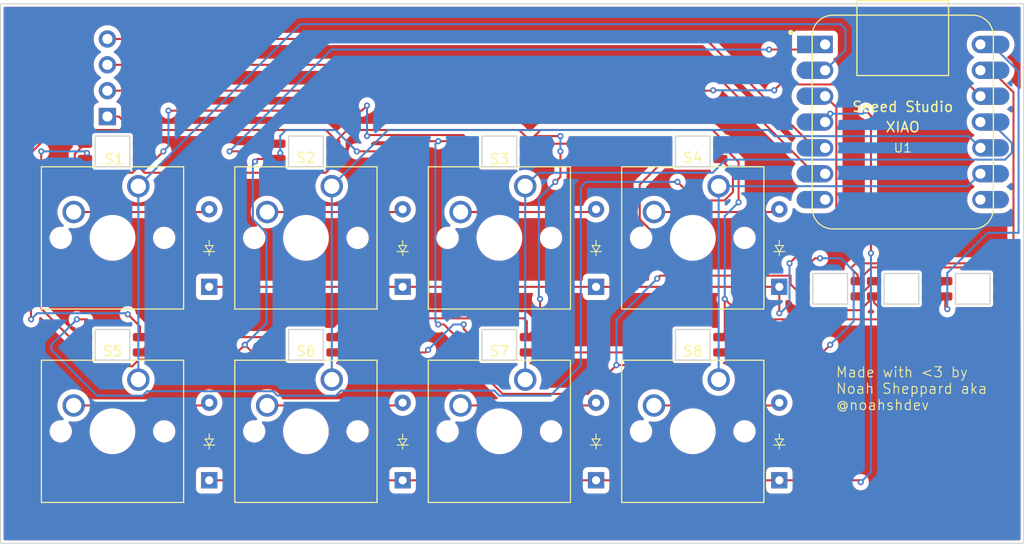
<source format=kicad_pcb>
(kicad_pcb (version 20241229) (generator "pcbnew") (generator_version "9.0")
  (layers (0 "F.Cu" signal) (2 "B.Cu" signal) (13 "F.Paste" user) (15 "B.Paste" user) (5 "F.SilkS" user "F.Silkscreen") (7 "B.SilkS" user "B.Silkscreen") (1 "F.Mask" user) (3 "B.Mask" user) (25 "Edge.Cuts" user))
  (net 0 "")
  (net 1 "Net-(D11-DIN)")
  (net 2 "Net-(D10-DOUT)")
  (net 3 "Row 0")
  (net 4 "LED_GND")
  (net 5 "5V")
  (net 6 "Net-(D1-A)")
  (net 7 "Net-(D2-A)")
  (net 8 "Net-(D3-A)")
  (net 9 "Net-(D4-A)")
  (net 10 "Row 1")
  (net 11 "Net-(D5-A)")
  (net 12 "Net-(D6-A)")
  (net 13 "Net-(D7-A)")
  (net 14 "Net-(D8-A)")
  (net 15 "Col 0")
  (net 16 "Col 1")
  (net 17 "Col 2")
  (net 18 "Col 3")
  (net 19 "LED0_DIN")
  (net 20 "Net-(D11-DOUT)")
  (net 21 "Net-(D12-DOUT)")
  (net 22 "Net-(D13-DOUT)")
  (net 23 "Net-(D14-DOUT)")
  (net 24 "Net-(D15-DOUT)")
  (net 25 "Net-(D16-DOUT)")
  (net 26 "Net-(D17-DOUT)")
  (net 27 "Net-(D18-DOUT)")
  (net 29 "OLED_SDA")
  (net 30 "OLED_SCL")
  (net 31 "OLED_VCC")
  (footprint "footprints:XIAO-Generic-Hybrid-14P-2.54-21X17.8MM" (layer "F.Cu") (at 161.125 75.12)
    (property "Reference" "U1" (at 0 2.54 0) (layer "F.SilkS") (effects (font (size 0.889 0.889) (thickness 0.1016))))
    (property "Value" "MOUDLE-SEEEDUINO-XIAO" (hide yes))
    (fp_text user "Seeed Studio" (at 0 -1.5 0) (layer "F.SilkS"))
    (fp_text user "XIAO" (at 0 0.5 0) (layer "F.SilkS"))
    (pad "1" thru_hole rect (at -7.625 -7.62) (size 3.5 1.7) (drill 1 (offset -1 0)) (layers "*.Cu" "*.Mask") (net 19 "LED0_DIN"))
    (pad "2" thru_hole oval (at -7.625 -5.08) (size 3.6 1.7) (drill 1 (offset -1 0)) (layers "*.Cu" "*.Mask") (net 15 "Col 0"))
    (pad "3" thru_hole oval (at -7.625 -2.54) (size 3.6 1.7) (drill 1 (offset -1 0)) (layers "*.Cu" "*.Mask") (net 3 "Row 0"))
    (pad "4" thru_hole oval (at -7.625 0) (size 3.6 1.7) (drill 1 (offset -1 0)) (layers "*.Cu" "*.Mask") (net 10 "Row 1"))
    (pad "5" thru_hole oval (at -7.625 2.54) (size 3.6 1.7) (drill 1 (offset -1 0)) (layers "*.Cu" "*.Mask") (net 29 "OLED_SDA"))
    (pad "6" thru_hole oval (at -7.625 5.08 180) (size 3.6 1.7) (drill 1 (offset 1 0)) (layers "*.Cu" "*.Mask") (net 30 "OLED_SCL"))
    (pad "7" thru_hole oval (at -7.625 7.62) (size 3.6 1.7) (drill 1 (offset -1 0)) (layers "*.Cu" "*.Mask"))
    (pad "8" thru_hole oval (at 7.625 7.62) (size 3.6 1.7) (drill 1 (offset 1 0)) (layers "*.Cu" "*.Mask"))
    (pad "9" thru_hole oval (at 7.625 5.08) (size 3.6 1.7) (drill 1 (offset 1 0)) (layers "*.Cu" "*.Mask") (net 18 "Col 3"))
    (pad "10" thru_hole oval (at 7.625 2.54) (size 3.6 1.7) (drill 1 (offset 1 0)) (layers "*.Cu" "*.Mask") (net 16 "Col 1"))
    (pad "11" thru_hole oval (at 7.625 0) (size 3.7 1.7) (drill 1 (offset 1 0)) (layers "*.Cu" "*.Mask") (net 17 "Col 2"))
    (pad "12" thru_hole oval (at 7.625 -2.54) (size 3.7 1.7) (drill 1 (offset 1 0)) (layers "*.Cu" "*.Mask") (net 31 "OLED_VCC"))
    (pad "13" thru_hole oval (at 7.625 -5.08) (size 3.7 1.7) (drill 1 (offset 1 0)) (layers "*.Cu" "*.Mask") (net 4 "LED_GND"))
    (pad "14" thru_hole oval (at 7.625 -7.62) (size 3.7 1.7) (drill 1 (offset 1 0)) (layers "*.Cu" "*.Mask") (net 5 "5V"))
  )
  (footprint "ScottoKeebs_Components:LED_SK6812MINI" (layer "F.Cu") (at 121.5 97)
    (property "Reference" "D15" (hide yes))
    (property "Value" "LED_SK6812MINI" (hide yes))
    (fp_line (start -1.7 -1.5) (end -1.7 1.5) (stroke (width 0.12)) (layer "Edge.Cuts"))
    (fp_line (start -1.7 1.5) (end 1.7 1.5) (stroke (width 0.12)) (layer "Edge.Cuts"))
    (fp_line (start 1.7 -1.5) (end -1.7 -1.5) (stroke (width 0.12)) (layer "Edge.Cuts"))
    (fp_line (start 1.7 1.5) (end 1.7 -1.5) (stroke (width 0.12)) (layer "Edge.Cuts"))
    (pad "1" smd roundrect (at 2.7 -0.75) (size 1.4 0.82) (layers "F.Cu" "F.Mask" "F.Paste") (net 4 "LED_GND"))
    (pad "2" smd roundrect (at 2.7 0.75) (size 1.4 0.82) (layers "F.Cu" "F.Mask" "F.Paste") (net 24 "Net-(D15-DOUT)"))
    (pad "3" smd roundrect (at -2.7 0.75) (size 1.4 0.82) (layers "F.Cu" "F.Mask" "F.Paste") (net 5 "5V"))
    (pad "4" smd roundrect (at -2.7 -0.75) (size 1.4 0.82) (layers "F.Cu" "F.Mask" "F.Paste") (net 23 "Net-(D14-DOUT)"))
  )
  (footprint "Button_Switch_Keyboard:SW_Cherry_MX_1.00u_PCB" (layer "F.Cu") (at 143.04 81.42)
    (property "Reference" "S4" (at -2.54 -2.794 0) (layer "F.SilkS"))
    (property "Value" "~")
    (pad "" np_thru_hole circle (at -7.62 5.08) (size 1.7 1.7) (drill 1.7) (layers "*.Cu" "*.Mask"))
    (pad "" np_thru_hole circle (at -2.54 5.08) (size 4 4) (drill 4) (layers "*.Cu" "*.Mask"))
    (pad "" np_thru_hole circle (at 2.54 5.08) (size 1.7 1.7) (drill 1.7) (layers "*.Cu" "*.Mask"))
    (pad "1" thru_hole circle (at 0 0) (size 2.2 2.2) (drill 1.5) (layers "*.Cu" "*.Mask") (net 18 "Col 3"))
    (pad "2" thru_hole circle (at -6.35 2.54) (size 2.2 2.2) (drill 1.5) (layers "*.Cu" "*.Mask") (net 9 "Net-(D4-A)"))
  )
  (footprint "ScottoKeebs_Components:LED_SK6812MINI" (layer "F.Cu") (at 140.5 78)
    (property "Reference" "D12" (hide yes))
    (property "Value" "LED_SK6812MINI" (hide yes))
    (fp_line (start -1.7 -1.5) (end -1.7 1.5) (stroke (width 0.12)) (layer "Edge.Cuts"))
    (fp_line (start -1.7 1.5) (end 1.7 1.5) (stroke (width 0.12)) (layer "Edge.Cuts"))
    (fp_line (start 1.7 -1.5) (end -1.7 -1.5) (stroke (width 0.12)) (layer "Edge.Cuts"))
    (fp_line (start 1.7 1.5) (end 1.7 -1.5) (stroke (width 0.12)) (layer "Edge.Cuts"))
    (pad "1" smd roundrect (at 2.7 -0.75) (size 1.4 0.82) (layers "F.Cu" "F.Mask" "F.Paste") (net 4 "LED_GND"))
    (pad "2" smd roundrect (at 2.7 0.75) (size 1.4 0.82) (layers "F.Cu" "F.Mask" "F.Paste") (net 21 "Net-(D12-DOUT)"))
    (pad "3" smd roundrect (at -2.7 0.75) (size 1.4 0.82) (layers "F.Cu" "F.Mask" "F.Paste") (net 5 "5V"))
    (pad "4" smd roundrect (at -2.7 -0.75) (size 1.4 0.82) (layers "F.Cu" "F.Mask" "F.Paste") (net 20 "Net-(D11-DOUT)"))
  )
  (footprint "Button_Switch_Keyboard:SW_Cherry_MX_1.00u_PCB" (layer "F.Cu") (at 143.04 100.42)
    (property "Reference" "S8" (at -2.54 -2.794 0) (layer "F.SilkS"))
    (property "Value" "~")
    (pad "" np_thru_hole circle (at -7.62 5.08) (size 1.7 1.7) (drill 1.7) (layers "*.Cu" "*.Mask"))
    (pad "" np_thru_hole circle (at -2.54 5.08) (size 4 4) (drill 4) (layers "*.Cu" "*.Mask"))
    (pad "" np_thru_hole circle (at 2.54 5.08) (size 1.7 1.7) (drill 1.7) (layers "*.Cu" "*.Mask"))
    (pad "1" thru_hole circle (at 0 0) (size 2.2 2.2) (drill 1.5) (layers "*.Cu" "*.Mask") (net 18 "Col 3"))
    (pad "2" thru_hole circle (at -6.35 2.54) (size 2.2 2.2) (drill 1.5) (layers "*.Cu" "*.Mask") (net 14 "Net-(D8-A)"))
  )
  (footprint "ScottoKeebs_Components:Diode_DO-35" (layer "F.Cu") (at 131 110.31 90)
    (property "Reference" "D7" (hide yes))
    (property "Value" "~" (hide yes))
    (pad "1" thru_hole rect (at 0 0 90) (size 1.6 1.6) (drill 0.8) (layers "*.Cu" "*.Mask") (net 10 "Row 1"))
    (pad "2" thru_hole oval (at 7.62 0 90) (size 1.6 1.6) (drill 0.8) (layers "*.Cu" "*.Mask") (net 13 "Net-(D7-A)"))
  )
  (footprint "ScottoKeebs_Components:LED_SK6812MINI" (layer "F.Cu") (at 161 91.5)
    (property "Reference" "D18" (hide yes))
    (property "Value" "LED_SK6812MINI" (hide yes))
    (fp_line (start -1.7 -1.5) (end -1.7 1.5) (stroke (width 0.12)) (layer "Edge.Cuts"))
    (fp_line (start -1.7 1.5) (end 1.7 1.5) (stroke (width 0.12)) (layer "Edge.Cuts"))
    (fp_line (start 1.7 -1.5) (end -1.7 -1.5) (stroke (width 0.12)) (layer "Edge.Cuts"))
    (fp_line (start 1.7 1.5) (end 1.7 -1.5) (stroke (width 0.12)) (layer "Edge.Cuts"))
    (pad "1" smd roundrect (at 2.7 -0.75) (size 1.4 0.82) (layers "F.Cu" "F.Mask" "F.Paste") (net 4 "LED_GND"))
    (pad "2" smd roundrect (at 2.7 0.75) (size 1.4 0.82) (layers "F.Cu" "F.Mask" "F.Paste") (net 27 "Net-(D18-DOUT)"))
    (pad "3" smd roundrect (at -2.7 0.75) (size 1.4 0.82) (layers "F.Cu" "F.Mask" "F.Paste") (net 5 "5V"))
    (pad "4" smd roundrect (at -2.7 -0.75) (size 1.4 0.82) (layers "F.Cu" "F.Mask" "F.Paste") (net 26 "Net-(D17-DOUT)"))
  )
  (footprint "ScottoKeebs_Components:LED_SK6812MINI" (layer "F.Cu") (at 140.5 97)
    (property "Reference" "D16" (hide yes))
    (property "Value" "LED_SK6812MINI" (hide yes))
    (fp_line (start -1.7 -1.5) (end -1.7 1.5) (stroke (width 0.12)) (layer "Edge.Cuts"))
    (fp_line (start -1.7 1.5) (end 1.7 1.5) (stroke (width 0.12)) (layer "Edge.Cuts"))
    (fp_line (start 1.7 -1.5) (end -1.7 -1.5) (stroke (width 0.12)) (layer "Edge.Cuts"))
    (fp_line (start 1.7 1.5) (end 1.7 -1.5) (stroke (width 0.12)) (layer "Edge.Cuts"))
    (pad "1" smd roundrect (at 2.7 -0.75) (size 1.4 0.82) (layers "F.Cu" "F.Mask" "F.Paste") (net 4 "LED_GND"))
    (pad "2" smd roundrect (at 2.7 0.75) (size 1.4 0.82) (layers "F.Cu" "F.Mask" "F.Paste") (net 25 "Net-(D16-DOUT)"))
    (pad "3" smd roundrect (at -2.7 0.75) (size 1.4 0.82) (layers "F.Cu" "F.Mask" "F.Paste") (net 5 "5V"))
    (pad "4" smd roundrect (at -2.7 -0.75) (size 1.4 0.82) (layers "F.Cu" "F.Mask" "F.Paste") (net 24 "Net-(D15-DOUT)"))
  )
  (footprint "ScottoKeebs_Components:Diode_DO-35" (layer "F.Cu") (at 149 91.31 90)
    (property "Reference" "D4" (hide yes))
    (property "Value" "~" (hide yes))
    (pad "1" thru_hole rect (at 0 0 90) (size 1.6 1.6) (drill 0.8) (layers "*.Cu" "*.Mask") (net 3 "Row 0"))
    (pad "2" thru_hole oval (at 7.62 0 90) (size 1.6 1.6) (drill 0.8) (layers "*.Cu" "*.Mask") (net 9 "Net-(D4-A)"))
  )
  (footprint "ScottoKeebs_Components:LED_SK6812MINI" (layer "F.Cu") (at 154 91.5)
    (property "Reference" "D17" (hide yes))
    (property "Value" "LED_SK6812MINI" (hide yes))
    (fp_line (start -1.7 -1.5) (end -1.7 1.5) (stroke (width 0.12)) (layer "Edge.Cuts"))
    (fp_line (start -1.7 1.5) (end 1.7 1.5) (stroke (width 0.12)) (layer "Edge.Cuts"))
    (fp_line (start 1.7 -1.5) (end -1.7 -1.5) (stroke (width 0.12)) (layer "Edge.Cuts"))
    (fp_line (start 1.7 1.5) (end 1.7 -1.5) (stroke (width 0.12)) (layer "Edge.Cuts"))
    (pad "1" smd roundrect (at 2.7 -0.75) (size 1.4 0.82) (layers "F.Cu" "F.Mask" "F.Paste") (net 4 "LED_GND"))
    (pad "2" smd roundrect (at 2.7 0.75) (size 1.4 0.82) (layers "F.Cu" "F.Mask" "F.Paste") (net 26 "Net-(D17-DOUT)"))
    (pad "3" smd roundrect (at -2.7 0.75) (size 1.4 0.82) (layers "F.Cu" "F.Mask" "F.Paste") (net 5 "5V"))
    (pad "4" smd roundrect (at -2.7 -0.75) (size 1.4 0.82) (layers "F.Cu" "F.Mask" "F.Paste") (net 25 "Net-(D16-DOUT)"))
  )
  (footprint "ScottoKeebs_Components:Diode_DO-35" (layer "F.Cu") (at 112 91.31 90)
    (property "Reference" "D2" (hide yes))
    (property "Value" "~" (hide yes))
    (pad "1" thru_hole rect (at 0 0 90) (size 1.6 1.6) (drill 0.8) (layers "*.Cu" "*.Mask") (net 3 "Row 0"))
    (pad "2" thru_hole oval (at 7.62 0 90) (size 1.6 1.6) (drill 0.8) (layers "*.Cu" "*.Mask") (net 7 "Net-(D2-A)"))
  )
  (footprint "ScottoKeebs_Components:LED_SK6812MINI" (layer "F.Cu") (at 102.5 78)
    (property "Reference" "D10" (hide yes))
    (property "Value" "LED_SK6812MINI" (hide yes))
    (fp_line (start -1.7 -1.5) (end -1.7 1.5) (stroke (width 0.12)) (layer "Edge.Cuts"))
    (fp_line (start -1.7 1.5) (end 1.7 1.5) (stroke (width 0.12)) (layer "Edge.Cuts"))
    (fp_line (start 1.7 -1.5) (end -1.7 -1.5) (stroke (width 0.12)) (layer "Edge.Cuts"))
    (fp_line (start 1.7 1.5) (end 1.7 -1.5) (stroke (width 0.12)) (layer "Edge.Cuts"))
    (pad "1" smd roundrect (at 2.7 -0.75) (size 1.4 0.82) (layers "F.Cu" "F.Mask" "F.Paste") (net 4 "LED_GND"))
    (pad "2" smd roundrect (at 2.7 0.75) (size 1.4 0.82) (layers "F.Cu" "F.Mask" "F.Paste") (net 2 "Net-(D10-DOUT)"))
    (pad "3" smd roundrect (at -2.7 0.75) (size 1.4 0.82) (layers "F.Cu" "F.Mask" "F.Paste") (net 5 "5V"))
    (pad "4" smd roundrect (at -2.7 -0.75) (size 1.4 0.82) (layers "F.Cu" "F.Mask" "F.Paste") (net 19 "LED0_DIN"))
  )
  (footprint "Button_Switch_Keyboard:SW_Cherry_MX_1.00u_PCB" (layer "F.Cu") (at 105.04 81.42)
    (property "Reference" "S2" (at -2.54 -2.794 0) (layer "F.SilkS"))
    (property "Value" "~")
    (pad "" np_thru_hole circle (at -7.62 5.08) (size 1.7 1.7) (drill 1.7) (layers "*.Cu" "*.Mask"))
    (pad "" np_thru_hole circle (at -2.54 5.08) (size 4 4) (drill 4) (layers "*.Cu" "*.Mask"))
    (pad "" np_thru_hole circle (at 2.54 5.08) (size 1.7 1.7) (drill 1.7) (layers "*.Cu" "*.Mask"))
    (pad "1" thru_hole circle (at 0 0) (size 2.2 2.2) (drill 1.5) (layers "*.Cu" "*.Mask") (net 16 "Col 1"))
    (pad "2" thru_hole circle (at -6.35 2.54) (size 2.2 2.2) (drill 1.5) (layers "*.Cu" "*.Mask") (net 7 "Net-(D2-A)"))
  )
  (footprint "ScottoKeebs_Components:Diode_DO-35" (layer "F.Cu") (at 93 110.31 90)
    (property "Reference" "D5" (hide yes))
    (property "Value" "~" (hide yes))
    (pad "1" thru_hole rect (at 0 0 90) (size 1.6 1.6) (drill 0.8) (layers "*.Cu" "*.Mask") (net 10 "Row 1"))
    (pad "2" thru_hole oval (at 7.62 0 90) (size 1.6 1.6) (drill 0.8) (layers "*.Cu" "*.Mask") (net 11 "Net-(D5-A)"))
  )
  (footprint "ScottoKeebs_Components:LED_SK6812MINI" (layer "F.Cu") (at 102.5 97)
    (property "Reference" "D14" (hide yes))
    (property "Value" "LED_SK6812MINI" (hide yes))
    (fp_line (start -1.7 -1.5) (end -1.7 1.5) (stroke (width 0.12)) (layer "Edge.Cuts"))
    (fp_line (start -1.7 1.5) (end 1.7 1.5) (stroke (width 0.12)) (layer "Edge.Cuts"))
    (fp_line (start 1.7 -1.5) (end -1.7 -1.5) (stroke (width 0.12)) (layer "Edge.Cuts"))
    (fp_line (start 1.7 1.5) (end 1.7 -1.5) (stroke (width 0.12)) (layer "Edge.Cuts"))
    (pad "1" smd roundrect (at 2.7 -0.75) (size 1.4 0.82) (layers "F.Cu" "F.Mask" "F.Paste") (net 4 "LED_GND"))
    (pad "2" smd roundrect (at 2.7 0.75) (size 1.4 0.82) (layers "F.Cu" "F.Mask" "F.Paste") (net 23 "Net-(D14-DOUT)"))
    (pad "3" smd roundrect (at -2.7 0.75) (size 1.4 0.82) (layers "F.Cu" "F.Mask" "F.Paste") (net 5 "5V"))
    (pad "4" smd roundrect (at -2.7 -0.75) (size 1.4 0.82) (layers "F.Cu" "F.Mask" "F.Paste") (net 22 "Net-(D13-DOUT)"))
  )
  (footprint "ScottoKeebs_Components:LED_SK6812MINI" (layer "F.Cu") (at 121.5 78)
    (property "Reference" "D11" (hide yes))
    (property "Value" "LED_SK6812MINI" (hide yes))
    (fp_line (start -1.7 -1.5) (end -1.7 1.5) (stroke (width 0.12)) (layer "Edge.Cuts"))
    (fp_line (start -1.7 1.5) (end 1.7 1.5) (stroke (width 0.12)) (layer "Edge.Cuts"))
    (fp_line (start 1.7 -1.5) (end -1.7 -1.5) (stroke (width 0.12)) (layer "Edge.Cuts"))
    (fp_line (start 1.7 1.5) (end 1.7 -1.5) (stroke (width 0.12)) (layer "Edge.Cuts"))
    (pad "1" smd roundrect (at 2.7 -0.75) (size 1.4 0.82) (layers "F.Cu" "F.Mask" "F.Paste") (net 4 "LED_GND"))
    (pad "2" smd roundrect (at 2.7 0.75) (size 1.4 0.82) (layers "F.Cu" "F.Mask" "F.Paste") (net 20 "Net-(D11-DOUT)"))
    (pad "3" smd roundrect (at -2.7 0.75) (size 1.4 0.82) (layers "F.Cu" "F.Mask" "F.Paste") (net 5 "5V"))
    (pad "4" smd roundrect (at -2.7 -0.75) (size 1.4 0.82) (layers "F.Cu" "F.Mask" "F.Paste") (net 1 "Net-(D11-DIN)"))
  )
  (footprint "ScottoKeebs_Components:LED_SK6812MINI" (layer "F.Cu") (at 168 91.5)
    (property "Reference" "D19" (hide yes))
    (property "Value" "LED_SK6812MINI" (hide yes))
    (fp_line (start -1.7 -1.5) (end -1.7 1.5) (stroke (width 0.12)) (layer "Edge.Cuts"))
    (fp_line (start -1.7 1.5) (end 1.7 1.5) (stroke (width 0.12)) (layer "Edge.Cuts"))
    (fp_line (start 1.7 -1.5) (end -1.7 -1.5) (stroke (width 0.12)) (layer "Edge.Cuts"))
    (fp_line (start 1.7 1.5) (end 1.7 -1.5) (stroke (width 0.12)) (layer "Edge.Cuts"))
    (pad "1" smd roundrect (at 2.7 -0.75) (size 1.4 0.82) (layers "F.Cu" "F.Mask" "F.Paste") (net 4 "LED_GND"))
    (pad "2" smd roundrect (at 2.7 0.75) (size 1.4 0.82) (layers "F.Cu" "F.Mask" "F.Paste"))
    (pad "3" smd roundrect (at -2.7 0.75) (size 1.4 0.82) (layers "F.Cu" "F.Mask" "F.Paste") (net 5 "5V"))
    (pad "4" smd roundrect (at -2.7 -0.75) (size 1.4 0.82) (layers "F.Cu" "F.Mask" "F.Paste") (net 27 "Net-(D18-DOUT)"))
  )
  (footprint "ScottoKeebs_Components:Diode_DO-35" (layer "F.Cu") (at 131 91.31 90)
    (property "Reference" "D3" (hide yes))
    (property "Value" "~" (hide yes))
    (pad "1" thru_hole rect (at 0 0 90) (size 1.6 1.6) (drill 0.8) (layers "*.Cu" "*.Mask") (net 3 "Row 0"))
    (pad "2" thru_hole oval (at 7.62 0 90) (size 1.6 1.6) (drill 0.8) (layers "*.Cu" "*.Mask") (net 8 "Net-(D3-A)"))
  )
  (footprint "Button_Switch_Keyboard:SW_Cherry_MX_1.00u_PCB" (layer "F.Cu") (at 86.04 81.42)
    (property "Reference" "S1" (at -2.39 -2.66 0) (layer "F.SilkS"))
    (property "Value" "~")
    (pad "" np_thru_hole circle (at -7.62 5.08) (size 1.7 1.7) (drill 1.7) (layers "*.Cu" "*.Mask"))
    (pad "" np_thru_hole circle (at -2.54 5.08) (size 4 4) (drill 4) (layers "*.Cu" "*.Mask"))
    (pad "" np_thru_hole circle (at 2.54 5.08) (size 1.7 1.7) (drill 1.7) (layers "*.Cu" "*.Mask"))
    (pad "1" thru_hole circle (at 0 0) (size 2.2 2.2) (drill 1.5) (layers "*.Cu" "*.Mask") (net 15 "Col 0"))
    (pad "2" thru_hole circle (at -6.35 2.54) (size 2.2 2.2) (drill 1.5) (layers "*.Cu" "*.Mask") (net 6 "Net-(D1-A)"))
  )
  (footprint "Button_Switch_Keyboard:SW_Cherry_MX_1.00u_PCB" (layer "F.Cu") (at 124.04 81.42)
    (property "Reference" "S3" (at -2.54 -2.66 0) (layer "F.SilkS"))
    (property "Value" "~")
    (pad "" np_thru_hole circle (at -7.62 5.08) (size 1.7 1.7) (drill 1.7) (layers "*.Cu" "*.Mask"))
    (pad "" np_thru_hole circle (at -2.54 5.08) (size 4 4) (drill 4) (layers "*.Cu" "*.Mask"))
    (pad "" np_thru_hole circle (at 2.54 5.08) (size 1.7 1.7) (drill 1.7) (layers "*.Cu" "*.Mask"))
    (pad "1" thru_hole circle (at 0 0) (size 2.2 2.2) (drill 1.5) (layers "*.Cu" "*.Mask") (net 17 "Col 2"))
    (pad "2" thru_hole circle (at -6.35 2.54) (size 2.2 2.2) (drill 1.5) (layers "*.Cu" "*.Mask") (net 8 "Net-(D3-A)"))
  )
  (footprint "ScottoKeebs_Components:Diode_DO-35" (layer "F.Cu") (at 149 110.31 90)
    (property "Reference" "D8" (hide yes))
    (property "Value" "~" (hide yes))
    (pad "1" thru_hole rect (at 0 0 90) (size 1.6 1.6) (drill 0.8) (layers "*.Cu" "*.Mask") (net 10 "Row 1"))
    (pad "2" thru_hole oval (at 7.62 0 90) (size 1.6 1.6) (drill 0.8) (layers "*.Cu" "*.Mask") (net 14 "Net-(D8-A)"))
  )
  (footprint "ScottoKeebs_Components:Diode_DO-35" (layer "F.Cu") (at 112 110.31 90)
    (property "Reference" "D6" (hide yes))
    (property "Value" "~" (hide yes))
    (pad "1" thru_hole rect (at 0 0 90) (size 1.6 1.6) (drill 0.8) (layers "*.Cu" "*.Mask") (net 10 "Row 1"))
    (pad "2" thru_hole oval (at 7.62 0 90) (size 1.6 1.6) (drill 0.8) (layers "*.Cu" "*.Mask") (net 12 "Net-(D6-A)"))
  )
  (footprint "ScottoKeebs_Components:Diode_DO-35" (layer "F.Cu") (at 93 91.31 90)
    (property "Reference" "D1" (hide yes))
    (property "Value" "~" (hide yes))
    (pad "1" thru_hole rect (at 0 0 90) (size 1.6 1.6) (drill 0.8) (layers "*.Cu" "*.Mask") (net 3 "Row 0"))
    (pad "2" thru_hole oval (at 7.62 0 90) (size 1.6 1.6) (drill 0.8) (layers "*.Cu" "*.Mask") (net 6 "Net-(D1-A)"))
  )
  (footprint "ScottoKeebs_Components:LED_SK6812MINI" (layer "F.Cu") (at 83.5 97)
    (property "Reference" "D13" (hide yes))
    (property "Value" "LED_SK6812MINI" (hide yes))
    (fp_line (start -1.7 -1.5) (end -1.7 1.5) (stroke (width 0.12)) (layer "Edge.Cuts"))
    (fp_line (start -1.7 1.5) (end 1.7 1.5) (stroke (width 0.12)) (layer "Edge.Cuts"))
    (fp_line (start 1.7 -1.5) (end -1.7 -1.5) (stroke (width 0.12)) (layer "Edge.Cuts"))
    (fp_line (start 1.7 1.5) (end 1.7 -1.5) (stroke (width 0.12)) (layer "Edge.Cuts"))
    (pad "1" smd roundrect (at 2.7 -0.75) (size 1.4 0.82) (layers "F.Cu" "F.Mask" "F.Paste") (net 4 "LED_GND"))
    (pad "2" smd roundrect (at 2.7 0.75) (size 1.4 0.82) (layers "F.Cu" "F.Mask" "F.Paste") (net 22 "Net-(D13-DOUT)"))
    (pad "3" smd roundrect (at -2.7 0.75) (size 1.4 0.82) (layers "F.Cu" "F.Mask" "F.Paste") (net 5 "5V"))
    (pad "4" smd roundrect (at -2.7 -0.75) (size 1.4 0.82) (layers "F.Cu" "F.Mask" "F.Paste") (net 21 "Net-(D12-DOUT)"))
  )
  (footprint "ScottoKeebs_Components:LED_SK6812MINI" (layer "F.Cu") (at 83.5 78)
    (property "Reference" "D9" (hide yes))
    (property "Value" "LED_SK6812MINI" (hide yes))
    (fp_line (start -1.7 -1.5) (end -1.7 1.5) (stroke (width 0.12)) (layer "Edge.Cuts"))
    (fp_line (start -1.7 1.5) (end 1.7 1.5) (stroke (width 0.12)) (layer "Edge.Cuts"))
    (fp_line (start 1.7 -1.5) (end -1.7 -1.5) (stroke (width 0.12)) (layer "Edge.Cuts"))
    (fp_line (start 1.7 1.5) (end 1.7 -1.5) (stroke (width 0.12)) (layer "Edge.Cuts"))
    (pad "1" smd roundrect (at 2.7 -0.75) (size 1.4 0.82) (layers "F.Cu" "F.Mask" "F.Paste") (net 4 "LED_GND"))
    (pad "2" smd roundrect (at 2.7 0.75) (size 1.4 0.82) (layers "F.Cu" "F.Mask" "F.Paste") (net 1 "Net-(D11-DIN)"))
    (pad "3" smd roundrect (at -2.7 0.75) (size 1.4 0.82) (layers "F.Cu" "F.Mask" "F.Paste") (net 5 "5V"))
    (pad "4" smd roundrect (at -2.7 -0.75) (size 1.4 0.82) (layers "F.Cu" "F.Mask" "F.Paste") (net 2 "Net-(D10-DOUT)"))
  )
  (footprint "ScottoKeebs_Components:OLED_128x32" (layer "F.Cu") (at 81.4 64.78)
    (property "Reference" "J1" (hide yes))
    (property "Value" "OLED_128x32")
    (pad "1" thru_hole rect (at 1.6 9.8 180) (size 1.7 1.7) (drill 1) (layers "*.Cu" "*.Mask") (net 4 "LED_GND"))
    (pad "2" thru_hole oval (at 1.6 7.26 180) (size 1.7 1.7) (drill 1) (layers "*.Cu" "*.Mask") (net 31 "OLED_VCC"))
    (pad "3" thru_hole oval (at 1.6 4.72 180) (size 1.7 1.7) (drill 1) (layers "*.Cu" "*.Mask") (net 30 "OLED_SCL"))
    (pad "4" thru_hole oval (at 1.6 2.18 180) (size 1.7 1.7) (drill 1) (layers "*.Cu" "*.Mask") (net 29 "OLED_SDA"))
  )
  (footprint "Button_Switch_Keyboard:SW_Cherry_MX_1.00u_PCB" (layer "F.Cu") (at 124.04 100.42)
    (property "Reference" "S7" (at -2.54 -2.794 0) (layer "F.SilkS"))
    (property "Value" "~")
    (pad "" np_thru_hole circle (at -7.62 5.08) (size 1.7 1.7) (drill 1.7) (layers "*.Cu" "*.Mask"))
    (pad "" np_thru_hole circle (at -2.54 5.08) (size 4 4) (drill 4) (layers "*.Cu" "*.Mask"))
    (pad "" np_thru_hole circle (at 2.54 5.08) (size 1.7 1.7) (drill 1.7) (layers "*.Cu" "*.Mask"))
    (pad "1" thru_hole circle (at 0 0) (size 2.2 2.2) (drill 1.5) (layers "*.Cu" "*.Mask") (net 17 "Col 2"))
    (pad "2" thru_hole circle (at -6.35 2.54) (size 2.2 2.2) (drill 1.5) (layers "*.Cu" "*.Mask") (net 13 "Net-(D7-A)"))
  )
  (footprint "Button_Switch_Keyboard:SW_Cherry_MX_1.00u_PCB" (layer "F.Cu") (at 86.04 100.42)
    (property "Reference" "S5" (at -2.54 -2.794 0) (layer "F.SilkS"))
    (property "Value" "~")
    (pad "" np_thru_hole circle (at -7.62 5.08) (size 1.7 1.7) (drill 1.7) (layers "*.Cu" "*.Mask"))
    (pad "" np_thru_hole circle (at -2.54 5.08) (size 4 4) (drill 4) (layers "*.Cu" "*.Mask"))
    (pad "" np_thru_hole circle (at 2.54 5.08) (size 1.7 1.7) (drill 1.7) (layers "*.Cu" "*.Mask"))
    (pad "1" thru_hole circle (at 0 0) (size 2.2 2.2) (drill 1.5) (layers "*.Cu" "*.Mask") (net 15 "Col 0"))
    (pad "2" thru_hole circle (at -6.35 2.54) (size 2.2 2.2) (drill 1.5) (layers "*.Cu" "*.Mask") (net 11 "Net-(D5-A)"))
  )
  (footprint "Button_Switch_Keyboard:SW_Cherry_MX_1.00u_PCB" (layer "F.Cu") (at 105.04 100.42)
    (property "Reference" "S6" (at -2.54 -2.794 0) (layer "F.SilkS"))
    (property "Value" "~")
    (pad "" np_thru_hole circle (at -7.62 5.08) (size 1.7 1.7) (drill 1.7) (layers "*.Cu" "*.Mask"))
    (pad "" np_thru_hole circle (at -2.54 5.08) (size 4 4) (drill 4) (layers "*.Cu" "*.Mask"))
    (pad "" np_thru_hole circle (at 2.54 5.08) (size 1.7 1.7) (drill 1.7) (layers "*.Cu" "*.Mask"))
    (pad "1" thru_hole circle (at 0 0) (size 2.2 2.2) (drill 1.5) (layers "*.Cu" "*.Mask") (net 16 "Col 1"))
    (pad "2" thru_hole circle (at -6.35 2.54) (size 2.2 2.2) (drill 1.5) (layers "*.Cu" "*.Mask") (net 12 "Net-(D6-A)"))
  )
  (gr_rect (start 72.5 63.5) (end 173 116.5) (stroke (width 0.1)) (fill no) (layer "Edge.Cuts"))
  (gr_text "Made with <3 by\nNoah Sheppard aka\n@noahshdev" (at 154.5 103.5 0) (layer "F.SilkS") (effects (font (size 1 1) (thickness 0.1)) (justify left bottom)))
  (segment (start 87.75 78.75) (end 86.2 78.75) (width 0.2) (layer "F.Cu") (net 1))
  (segment (start 108 74) (end 89 74) (width 0.2) (layer "F.Cu") (net 1))
  (segment (start 108.5 73.5) (end 108 74) (width 0.2) (layer "F.Cu") (net 1))
  (segment (start 108.6 76.399) (end 108.5 76.499) (width 0.2) (layer "F.Cu") (net 1))
  (segment (start 118.8 77.25) (end 117.949 76.399) (width 0.2) (layer "F.Cu") (net 1))
  (segment (start 117.949 76.399) (end 108.6 76.399) (width 0.2) (layer "F.Cu") (net 1))
  (segment (start 88.5 78) (end 87.75 78.75) (width 0.2) (layer "F.Cu") (net 1))
  (via (at 108.5 73.5) (size 0.6) (drill 0.3) (layers "F.Cu" "B.Cu") (net 1))
  (via (at 88.5 78) (size 0.6) (drill 0.3) (layers "F.Cu" "B.Cu") (net 1))
  (via (at 108.5 76.499) (size 0.6) (drill 0.3) (layers "F.Cu" "B.Cu") (net 1))
  (via (at 89 74) (size 0.6) (drill 0.3) (layers "F.Cu" "B.Cu") (net 1))
  (segment (start 108.5 76.499) (end 108.5 73.5) (width 0.2) (layer "B.Cu") (net 1))
  (segment (start 89 74) (end 89 77.5) (width 0.2) (layer "B.Cu") (net 1))
  (segment (start 89 77.5) (end 88.5 78) (width 0.2) (layer "B.Cu") (net 1))
  (segment (start 80.729726 80.101) (end 85.448942 80.101) (width 0.2) (layer "F.Cu") (net 2))
  (segment (start 86.049942 79.5) (end 86.650942 80.101) (width 0.2) (layer "F.Cu") (net 2))
  (segment (start 79.799 78.251) (end 79.799 79.170274) (width 0.2) (layer "F.Cu") (net 2))
  (segment (start 79.799 79.170274) (end 80.729726 80.101) (width 0.2) (layer "F.Cu") (net 2))
  (segment (start 105.2 79.349942) (end 105.2 78.75) (width 0.2) (layer "F.Cu") (net 2))
  (segment (start 104.448942 80.101) (end 105.2 79.349942) (width 0.2) (layer "F.Cu") (net 2))
  (segment (start 80.8 77.25) (end 79.799 78.251) (width 0.2) (layer "F.Cu") (net 2))
  (segment (start 86.650942 80.101) (end 104.448942 80.101) (width 0.2) (layer "F.Cu") (net 2))
  (segment (start 85.448942 80.101) (end 86.049942 79.5) (width 0.2) (layer "F.Cu") (net 2))
  (segment (start 154.601 84.399) (end 150 89) (width 0.2) (layer "F.Cu") (net 3))
  (segment (start 112 91.31) (end 131 91.31) (width 0.2) (layer "F.Cu") (net 3))
  (segment (start 154.601 73.681) (end 154.601 84.399) (width 0.2) (layer "F.Cu") (net 3))
  (segment (start 93 91.31) (end 112 91.31) (width 0.2) (layer "F.Cu") (net 3))
  (segment (start 131 91.31) (end 149 91.31) (width 0.2) (layer "F.Cu") (net 3))
  (segment (start 153.5 72.58) (end 154.601 73.681) (width 0.2) (layer "F.Cu") (net 3))
  (segment (start 149 93.9) (end 149 91.31) (width 0.2) (layer "F.Cu") (net 3))
  (via (at 150 89) (size 0.6) (drill 0.3) (layers "F.Cu" "B.Cu") (net 3))
  (via (at 149 93.9) (size 0.6) (drill 0.3) (layers "F.Cu" "B.Cu") (net 3))
  (segment (start 150 89) (end 150 93) (width 0.2) (layer "B.Cu") (net 3))
  (segment (start 150 93) (end 149 94) (width 0.2) (layer "B.Cu") (net 3))
  (segment (start 149 94) (end 149 93.9) (width 0.2) (layer "B.Cu") (net 3))
  (segment (start 156.7 90.75) (end 158.051 89.399) (width 0.2) (layer "F.Cu") (net 4))
  (segment (start 162.948942 89.399) (end 163.7 90.150058) (width 0.2) (layer "F.Cu") (net 4))
  (segment (start 124.95 76.5) (end 124.2 77.25) (width 0.2) (layer "F.Cu") (net 4))
  (segment (start 163.7 90.75) (end 165.051 89.399) (width 0.2) (layer "F.Cu") (net 4))
  (segment (start 143.2 77.25) (end 145 79.05) (width 0.2) (layer "F.Cu") (net 4))
  (segment (start 172 89) (end 156.5 89) (width 0.2) (layer "F.Cu") (net 4))
  (segment (start 143.64 92.5) (end 145.64 94.5) (width 0.2) (layer "F.Cu") (net 4))
  (segment (start 170.7 90.75) (end 171.25 90.75) (width 0.2) (layer "F.Cu") (net 4))
  (segment (start 86.2 95.2) (end 86.2 96.25) (width 0.2) (layer "F.Cu") (net 4))
  (segment (start 145.64 94.5) (end 172 94.5) (width 0.2) (layer "F.Cu") (net 4))
  (segment (start 143.64 92.5) (end 143.64 95.81) (width 0.2) (layer "F.Cu") (net 4))
  (segment (start 171.25 90.75) (end 171.5 91) (width 0.2) (layer "F.Cu") (net 4))
  (segment (start 86.2 76.650058) (end 85.448942 75.899) (width 0.2) (layer "F.Cu") (net 4))
  (segment (start 145 79.05) (end 145 83) (width 0.2) (layer "F.Cu") (net 4))
  (segment (start 124.2 77.25) (end 125.551 75.899) (width 0.2) (layer "F.Cu") (net 4))
  (segment (start 158.051 89.399) (end 162.948942 89.399) (width 0.2) (layer "F.Cu") (net 4))
  (segment (start 165.051 89.399) (end 169.948942 89.399) (width 0.2) (layer "F.Cu") (net 4))
  (segment (start 172 94.5) (end 172 89) (width 0.2) (layer "F.Cu") (net 4))
  (segment (start 169.948942 89.399) (end 170.7 90.150058) (width 0.2) (layer "F.Cu") (net 4))
  (segment (start 124.2 76.650058) (end 124.2 77.25) (width 0.2) (layer "F.Cu") (net 4))
  (segment (start 106.551 75.899) (end 123.448942 75.899) (width 0.2) (layer "F.Cu") (net 4))
  (segment (start 86.2 76.650058) (end 86.2 77.25) (width 0.2) (layer "F.Cu") (net 4))
  (segment (start 127.5 76.5) (end 124.95 76.5) (width 0.2) (layer "F.Cu") (net 4))
  (segment (start 143.2 76.650058) (end 143.2 77.25) (width 0.2) (layer "F.Cu") (net 4))
  (segment (start 107.051 94.399) (end 105.2 96.25) (width 0.2) (layer "F.Cu") (net 4))
  (segment (start 84.129942 74.58) (end 86.2 76.650058) (width 0.2) (layer "F.Cu") (net 4))
  (segment (start 143.64 95.81) (end 143.2 96.25) (width 0.2) (layer "F.Cu") (net 4))
  (segment (start 127.5 80.5) (end 127.5 78) (width 0.2) (layer "F.Cu") (net 4))
  (segment (start 125.551 75.899) (end 142.448942 75.899) (width 0.2) (layer "F.Cu") (net 4))
  (segment (start 156.7 90.150058) (end 156.7 90.75) (width 0.2) (layer "F.Cu") (net 4))
  (segment (start 85.448942 75.899) (end 77.751057 75.899) (width 0.2) (layer "F.Cu") (net 4))
  (segment (start 77.751057 75.899) (end 75.5 78.150057) (width 0.2) (layer "F.Cu") (net 4))
  (segment (start 156.024971 89.475029) (end 156.7 90.150058) (width 0.2) (layer "F.Cu") (net 4))
  (segment (start 124.2 96.25) (end 125.5 94.95) (width 0.2) (layer "F.Cu") (net 4))
  (segment (start 172 72.20224) (end 172 89) (width 0.2) (layer "F.Cu") (net 4))
  (segment (start 168.75 70.04) (end 169.83776 70.04) (width 0.2) (layer "F.Cu") (net 4))
  (segment (start 123.448942 75.899) (end 124.2 76.650058) (width 0.2) (layer "F.Cu") (net 4))
  (segment (start 170.7 90.150058) (end 170.7 90.75) (width 0.2) (layer "F.Cu") (net 4))
  (segment (start 124.2 96.25) (end 124.2 94.7) (width 0.2) (layer "F.Cu") (net 4))
  (segment (start 83 74.58) (end 84.129942 74.58) (width 0.2) (layer "F.Cu") (net 4))
  (segment (start 105.2 77.25) (end 106.551 75.899) (width 0.2) (layer "F.Cu") (net 4))
  (segment (start 104.448942 75.899) (end 105.2 76.650058) (width 0.2) (layer "F.Cu") (net 4))
  (segment (start 156.5 89) (end 156.024971 89.475029) (width 0.2) (layer "F.Cu") (net 4))
  (segment (start 124.2 94.7) (end 123.899 94.399) (width 0.2) (layer "F.Cu") (net 4))
  (segment (start 75.5 78.150057) (end 75.5 94.5) (width 0.2) (layer "F.Cu") (net 4))
  (segment (start 169.83776 70.04) (end 172 72.20224) (width 0.2) (layer "F.Cu") (net 4))
  (segment (start 123.899 94.399) (end 107.051 94.399) (width 0.2) (layer "F.Cu") (net 4))
  (segment (start 125.5 94.95) (end 125.5 92.5) (width 0.2) (layer "F.Cu") (net 4))
  (segment (start 163.7 90.150058) (end 163.7 90.75) (width 0.2) (layer "F.Cu") (net 4))
  (segment (start 86.2 77.25) (end 87.551 75.899) (width 0.2) (layer "F.Cu") (net 4))
  (segment (start 87.551 75.899) (end 104.448942 75.899) (width 0.2) (layer "F.Cu") (net 4))
  (segment (start 142.448942 75.899) (end 143.2 76.650058) (width 0.2) (layer "F.Cu") (net 4))
  (segment (start 85 94) (end 86.2 95.2) (width 0.2) (layer "F.Cu") (net 4))
  (segment (start 127 81) (end 127.5 80.5) (width 0.2) (layer "F.Cu") (net 4))
  (segment (start 105.2 76.650058) (end 105.2 77.25) (width 0.2) (layer "F.Cu") (net 4))
  (via (at 75.5 94.5) (size 0.6) (drill 0.3) (layers "F.Cu" "B.Cu") (net 4))
  (via (at 85 94) (size 0.6) (drill 0.3) (layers "F.Cu" "B.Cu") (net 4))
  (via (at 143.64 92.5) (size 0.6) (drill 0.3) (layers "F.Cu" "B.Cu") (net 4))
  (via (at 127.5 78) (size 0.6) (drill 0.3) (layers "F.Cu" "B.Cu") (net 4))
  (via (at 125.5 92.5) (size 0.6) (drill 0.3) (layers "F.Cu" "B.Cu") (net 4))
  (via (at 127 81) (size 0.6) (drill 0.3) (layers "F.Cu" "B.Cu") (net 4))
  (via (at 145 83) (size 0.6) (drill 0.3) (layers "F.Cu" "B.Cu") (net 4))
  (via (at 127.5 76.5) (size 0.6) (drill 0.3) (layers "F.Cu" "B.Cu") (net 4))
  (segment (start 75.5 94.5) (end 76.101 93.899) (width 0.2) (layer "B.Cu") (net 4))
  (segment (start 84.899 93.899) (end 85 94) (width 0.2) (layer "B.Cu") (net 4))
  (segment (start 125.379 92.379) (end 125.379 82.621) (width 0.2) (layer "B.Cu") (net 4))
  (segment (start 125.5 92.5) (end 125.379 92.379) (width 0.2) (layer "B.Cu") (net 4))
  (segment (start 76.101 93.899) (end 84.899 93.899) (width 0.2) (layer "B.Cu") (net 4))
  (segment (start 125.379 82.621) (end 127 81) (width 0.2) (layer "B.Cu") (net 4))
  (segment (start 143.64 84.36) (end 143.64 92.5) (width 0.2) (layer "B.Cu") (net 4))
  (segment (start 127.5 78) (end 127.5 76.5) (width 0.2) (layer "B.Cu") (net 4))
  (segment (start 145 83) (end 143.64 84.36) (width 0.2) (layer "B.Cu") (net 4))
  (segment (start 96.5 97) (end 97.25 97.75) (width 0.2) (layer "F.Cu") (net 5))
  (segment (start 158.3 92.25) (end 156.949 93.601) (width 0.2) (layer "F.Cu") (net 5))
  (segment (start 97.25 97.75) (end 99.8 97.75) (width 0.2) (layer "F.Cu") (net 5))
  (segment (start 118.8 97.75) (end 118.8 98.8) (width 0.2) (layer "F.Cu") (net 5))
  (segment (start 115.5 77) (end 117.5 77) (width 0.2) (layer "F.Cu") (net 5))
  (segment (start 151.3 92.25) (end 150.101 91.051) (width 0.2) (layer "F.Cu") (net 5))
  (segment (start 150.101 91.051) (end 150.101 90.209) (width 0.2) (layer "F.Cu") (net 5))
  (segment (start 81.551058 99.101) (end 85.448942 99.101) (width 0.2) (layer "F.Cu") (net 5))
  (segment (start 107.5 78) (end 112 78) (width 0.2) (layer "F.Cu") (net 5))
  (segment (start 137.291 90.209) (end 140.82747 90.209) (width 0.2) (layer "F.Cu") (net 5))
  (segment (start 80.8 78.75) (end 80.8 78.36) (width 0.2) (layer "F.Cu") (net 5))
  (segment (start 80.8 78.36) (end 81 78.16) (width 0.2) (layer "F.Cu") (net 5))
  (segment (start 99.8 78.335268) (end 99.975268 78.16) (width 0.2) (layer "F.Cu") (net 5))
  (segment (start 121.821 101.821) (end 130.179 101.821) (width 0.2) (layer "F.Cu") (net 5))
  (segment (start 86.088942 98.461) (end 95.039 98.461) (width 0.2) (layer "F.Cu") (net 5))
  (segment (start 158.3 92.849942) (end 158.3 92.25) (width 0.2) (layer "F.Cu") (net 5))
  (segment (start 118.8 98.8) (end 121.821 101.821) (width 0.2) (layer "F.Cu") (net 5))
  (segment (start 80.8 98.349942) (end 81.551058 99.101) (width 0.2) (layer "F.Cu") (net 5))
  (segment (start 159.051058 93.601) (end 158.3 92.849942) (width 0.2) (layer "F.Cu") (net 5))
  (segment (start 136.55 99) (end 133 99) (width 0.2) (layer "F.Cu") (net 5))
  (segment (start 135.289 84.67053) (end 135.289 81.261) (width 0.2) (layer "F.Cu") (net 5))
  (segment (start 165.3 92.25) (end 165.3 93.3) (width 0.2) (layer "F.Cu") (net 5))
  (segment (start 95.039 98.461) (end 96.5 97) (width 0.2) (layer "F.Cu") (net 5))
  (segment (start 97.75 78.75) (end 97.5 79) (width 0.2) (layer "F.Cu") (net 5))
  (segment (start 135.289 81.261) (end 137.8 78.75) (width 0.2) (layer "F.Cu") (net 5))
  (segment (start 165.3 93.3) (end 165.5 93.5) (width 0.2) (layer "F.Cu") (net 5))
  (segment (start 150.101 90.209) (end 140.82747 90.209) (width 0.2) (layer "F.Cu") (net 5))
  (segment (start 117.5 77) (end 117.5 77.45) (width 0.2) (layer "F.Cu") (net 5))
  (segment (start 165.3 92.25) (end 163.949 93.601) (width 0.2) (layer "F.Cu") (net 5))
  (segment (start 118.8 97.75) (end 116.05 95) (width 0.2) (layer "F.Cu") (net 5))
  (segment (start 80.8 97.75) (end 80.8 98.349942) (width 0.2) (layer "F.Cu") (net 5))
  (segment (start 151.3 92.849942) (end 151.3 92.25) (width 0.2) (layer "F.Cu") (net 5))
  (segment (start 112 78) (end 113 77) (width 0.2) (layer "F.Cu") (net 5))
  (segment (start 152.051058 93.601) (end 151.3 92.849942) (width 0.2) (layer "F.Cu") (net 5))
  (segment (start 76.5 78) (end 76.5 93.45) (width 0.2) (layer "F.Cu") (net 5))
  (segment (start 137.8 97.75) (end 136.55 99) (width 0.2) (layer "F.Cu") (net 5))
  (segment (start 99.8 78.75) (end 99.8 78.335268) (width 0.2) (layer "F.Cu") (net 5))
  (segment (start 76.5 93.45) (end 80.8 97.75) (width 0.2) (layer "F.Cu") (net 5))
  (segment (start 117.5 77.45) (end 118.8 78.75) (width 0.2) (layer "F.Cu") (net 5))
  (segment (start 140.82747 90.209) (end 135.289 84.67053) (width 0.2) (layer "F.Cu") (net 5))
  (segment (start 99.8 78.75) (end 97.75 78.75) (width 0.2) (layer "F.Cu") (net 5))
  (segment (start 85.448942 99.101) (end 86.088942 98.461) (width 0.2) (layer "F.Cu") (net 5))
  (segment (start 156.949 93.601) (end 152.051058 93.601) (width 0.2) (layer "F.Cu") (net 5))
  (segment (start 137 90.5) (end 137.291 90.209) (width 0.2) (layer "F.Cu") (net 5))
  (segment (start 163.949 93.601) (end 159.051058 93.601) (width 0.2) (layer "F.Cu") (net 5))
  (segment (start 113 77) (end 115.5 77) (width 0.2) (layer "F.Cu") (net 5))
  (segment (start 130.179 101.821) (end 133 99) (width 0.2) (layer "F.Cu") (net 5))
  (segment (start 116.05 95) (end 115.5 95) (width 0.2) (layer "F.Cu") (net 5))
  (via (at 137 90.5) (size 0.6) (drill 0.3) (layers "F.Cu" "B.Cu") (net 5))
  (via (at 96.5 97) (size 0.6) (drill 0.3) (layers "F.Cu" "B.Cu") (net 5))
  (via (at 165.5 93.5) (size 0.6) (drill 0.3) (layers "F.Cu" "B.Cu") (net 5))
  (via (at 115.5 77) (size 0.6) (drill 0.3) (layers "F.Cu" "B.Cu") (net 5))
  (via (at 81 78.16) (size 0.6) (drill 0.3) (layers "F.Cu" "B.Cu") (net 5))
  (via (at 99.975268 78.16) (size 0.6) (drill 0.3) (layers "F.Cu" "B.Cu") (net 5))
  (via (at 107.5 78) (size 0.6) (drill 0.3) (layers "F.Cu" "B.Cu") (net 5))
  (via (at 133 99) (size 0.6) (drill 0.3) (layers "F.Cu" "B.Cu") (net 5))
  (via (at 97.5 79) (size 0.6) (drill 0.3) (layers "F.Cu" "B.Cu") (net 5))
  (via (at 76.5 78) (size 0.6) (drill 0.3) (layers "F.Cu" "B.Cu") (net 5))
  (via (at 115.5 95) (size 0.6) (drill 0.3) (layers "F.Cu" "B.Cu") (net 5))
  (segment (start 81 78.16) (end 80.84 78) (width 0.2) (layer "B.Cu") (net 5))
  (segment (start 80.84 78) (end 76.5 78) (width 0.2) (layer "B.Cu") (net 5))
  (segment (start 172.5 70.16224) (end 169.83776 67.5) (width 0.2) (layer "B.Cu") (net 5))
  (segment (start 115.5 95) (end 115.219 94.719) (width 0.2) (layer "B.Cu") (net 5))
  (segment (start 115.219 77.281) (end 115.5 77) (width 0.2) (layer "B.Cu") (net 5))
  (segment (start 165.5 93.5) (end 165.5 89.950058) (width 0.2) (layer "B.Cu") (net 5))
  (segment (start 165.5 89.950058) (end 169.450058 86) (width 0.2) (layer "B.Cu") (net 5))
  (segment (start 172.5 86) (end 172.5 70.16224) (width 0.2) (layer "B.Cu") (net 5))
  (segment (start 98.621 94.879) (end 96.5 97) (width 0.2) (layer "B.Cu") (net 5))
  (segment (start 169.450058 86) (end 172.5 86) (width 0.2) (layer "B.Cu") (net 5))
  (segment (start 97.289 84.67053) (end 98.621 86.00253) (width 0.2) (layer "B.Cu") (net 5))
  (segment (start 133 99) (end 133 94.5) (width 0.2) (layer "B.Cu") (net 5))
  (segment (start 169.83776 67.5) (end 168.75 67.5) (width 0.2) (layer "B.Cu") (net 5))
  (segment (start 100.551058 75.899) (end 105.399 75.899) (width 0.2) (layer "B.Cu") (net 5))
  (segment (start 98.621 86.00253) (end 98.621 94.879) (width 0.2) (layer "B.Cu") (net 5))
  (segment (start 99.975268 76.47479) (end 100.551058 75.899) (width 0.2) (layer "B.Cu") (net 5))
  (segment (start 97.5 79) (end 97.289 79.211) (width 0.2) (layer "B.Cu") (net 5))
  (segment (start 97.289 79.211) (end 97.289 84.67053) (width 0.2) (layer "B.Cu") (net 5))
  (segment (start 99.975268 78.16) (end 99.975268 76.47479) (width 0.2) (layer "B.Cu") (net 5))
  (segment (start 105.399 75.899) (end 107.5 78) (width 0.2) (layer "B.Cu") (net 5))
  (segment (start 115.219 94.719) (end 115.219 77.281) (width 0.2) (layer "B.Cu") (net 5))
  (segment (start 133 94.5) (end 137 90.5) (width 0.2) (layer "B.Cu") (net 5))
  (segment (start 92.73 83.96) (end 93 83.69) (width 0.2) (layer "F.Cu") (net 6))
  (segment (start 79.69 83.96) (end 92.73 83.96) (width 0.2) (layer "F.Cu") (net 6))
  (segment (start 111.73 83.96) (end 112 83.69) (width 0.2) (layer "F.Cu") (net 7))
  (segment (start 98.69 83.96) (end 111.73 83.96) (width 0.2) (layer "F.Cu") (net 7))
  (segment (start 130.73 83.96) (end 131 83.69) (width 0.2) (layer "F.Cu") (net 8))
  (segment (start 117.69 83.96) (end 130.73 83.96) (width 0.2) (layer "F.Cu") (net 8))
  (segment (start 136.69 83.96) (end 148.73 83.96) (width 0.2) (layer "F.Cu") (net 9))
  (segment (start 148.73 83.96) (end 149 83.69) (width 0.2) (layer "F.Cu") (net 9))
  (segment (start 158 74.5) (end 158 88) (width 0.2) (layer "F.Cu") (net 10))
  (segment (start 112 110.31) (end 131 110.31) (width 0.2) (layer "F.Cu") (net 10))
  (segment (start 93 110.31) (end 112 110.31) (width 0.2) (layer "F.Cu") (net 10))
  (segment (start 153.5 74.803666) (end 154.001 74.302666) (width 0.2) (layer "F.Cu") (net 10))
  (segment (start 157.5 74) (end 158 74.5) (width 0.2) (layer "F.Cu") (net 10))
  (segment (start 157 110.5) (end 156.81 110.31) (width 0.2) (layer "F.Cu") (net 10))
  (segment (start 153.5 75.12) (end 153.5 74.803666) (width 0.2) (layer "F.Cu") (net 10))
  (segment (start 131 110.31) (end 149 110.31) (width 0.2) (layer "F.Cu") (net 10))
  (segment (start 156.81 110.31) (end 149 110.31) (width 0.2) (layer "F.Cu") (net 10))
  (via (at 158 88) (size 0.6) (drill 0.3) (layers "F.Cu" "B.Cu") (net 10))
  (via (at 157 110.5) (size 0.6) (drill 0.3) (layers "F.Cu" "B.Cu") (net 10))
  (via (at 154.001 74.302666) (size 0.6) (drill 0.3) (layers "F.Cu" "B.Cu") (net 10))
  (via (at 157.5 74) (size 0.6) (drill 0.3) (layers "F.Cu" "B.Cu") (net 10))
  (segment (start 158 109.5) (end 157 110.5) (width 0.2) (layer "B.Cu") (net 10))
  (segment (start 158 88) (end 158 109.5) (width 0.2) (layer "B.Cu") (net 10))
  (segment (start 154.001 74.302666) (end 157.197334 74.302666) (width 0.2) (layer "B.Cu") (net 10))
  (segment (start 157.197334 74.302666) (end 157.5 74) (width 0.2) (layer "B.Cu") (net 10))
  (segment (start 92.73 102.96) (end 93 102.69) (width 0.2) (layer "F.Cu") (net 11))
  (segment (start 79.69 102.96) (end 92.73 102.96) (width 0.2) (layer "F.Cu") (net 11))
  (segment (start 98.69 102.96) (end 111.73 102.96) (width 0.2) (layer "F.Cu") (net 12))
  (segment (start 111.73 102.96) (end 112 102.69) (width 0.2) (layer "F.Cu") (net 12))
  (segment (start 130.73 102.96) (end 131 102.69) (width 0.2) (layer "F.Cu") (net 13))
  (segment (start 117.69 102.96) (end 130.73 102.96) (width 0.2) (layer "F.Cu") (net 13))
  (segment (start 148.73 102.96) (end 149 102.69) (width 0.2) (layer "F.Cu") (net 14))
  (segment (start 136.69 102.96) (end 148.73 102.96) (width 0.2) (layer "F.Cu") (net 14))
  (segment (start 86.04 81.42) (end 86.04 100.42) (width 0.2) (layer "B.Cu") (net 15))
  (segment (start 101.96 65.5) (end 86.04 81.42) (width 0.2) (layer "B.Cu") (net 15))
  (segment (start 155.5 68.04) (end 155.5 66) (width 0.2) (layer "B.Cu") (net 15))
  (segment (start 155.5 66) (end 155 65.5) (width 0.2) (layer "B.Cu") (net 15))
  (segment (start 153.5 70.04) (end 155.5 68.04) (width 0.2) (layer "B.Cu") (net 15))
  (segment (start 155 65.5) (end 101.96 65.5) (width 0.2) (layer "B.Cu") (net 15))
  (segment (start 110.561 75.899) (end 147.92324 75.899) (width 0.2) (layer "B.Cu") (net 16))
  (segment (start 148.53324 76.509) (end 167.599 76.509) (width 0.2) (layer "B.Cu") (net 16))
  (segment (start 105.04 81.42) (end 105.04 100.42) (width 0.2) (layer "B.Cu") (net 16))
  (segment (start 105.04 81.42) (end 110.561 75.899) (width 0.2) (layer "B.Cu") (net 16))
  (segment (start 147.92324 75.899) (end 148.53324 76.509) (width 0.2) (layer "B.Cu") (net 16))
  (segment (start 167.599 76.509) (end 168.75 77.66) (width 0.2) (layer "B.Cu") (net 16))
  (segment (start 171.851 77.18324) (end 169.78776 75.12) (width 0.2) (layer "B.Cu") (net 17))
  (segment (start 143.738942 78.811) (end 171.17676 78.811) (width 0.2) (layer "B.Cu") (net 17))
  (segment (start 142.448942 80.101) (end 143.738942 78.811) (width 0.2) (layer "B.Cu") (net 17))
  (segment (start 124.04 81.42) (end 124.04 100.42) (width 0.2) (layer "B.Cu") (net 17))
  (segment (start 171.17676 78.811) (end 171.851 78.13676) (width 0.2) (layer "B.Cu") (net 17))
  (segment (start 124.04 81.42) (end 125.359 80.101) (width 0.2) (layer "B.Cu") (net 17))
  (segment (start 171.851 78.13676) (end 171.851 77.18324) (width 0.2) (layer "B.Cu") (net 17))
  (segment (start 125.359 80.101) (end 142.448942 80.101) (width 0.2) (layer "B.Cu") (net 17))
  (segment (start 169.78776 75.12) (end 168.75 75.12) (width 0.2) (layer "B.Cu") (net 17))
  (segment (start 143.04 81.42) (end 167.53 81.42) (width 0.2) (layer "B.Cu") (net 18))
  (segment (start 167.53 81.42) (end 168.75 80.2) (width 0.2) (layer "B.Cu") (net 18))
  (segment (start 143.04 81.42) (end 143.04 100.42) (width 0.2) (layer "B.Cu") (net 18))
  (segment (start 95 78) (end 98 78) (width 0.2) (layer "F.Cu") (net 19))
  (segment (start 98 78) (end 98.75 77.25) (width 0.2) (layer "F.Cu") (net 19))
  (segment (start 153.5 67.5) (end 153 68) (width 0.2) (layer "F.Cu") (net 19))
  (segment (start 98.75 77.25) (end 99.8 77.25) (width 0.2) (layer "F.Cu") (net 19))
  (segment (start 153 68) (end 148 68) (width 0.2) (layer "F.Cu") (net 19))
  (via (at 148 68) (size 0.6) (drill 0.3) (layers "F.Cu" "B.Cu") (net 19))
  (via (at 95 78) (size 0.6) (drill 0.3) (layers "F.Cu" "B.Cu") (net 19))
  (segment (start 148 68) (end 105 68) (width 0.2) (layer "B.Cu") (net 19))
  (segment (start 105 68) (end 95 78) (width 0.2) (layer "B.Cu") (net 19))
  (segment (start 125.7 77.25) (end 124.2 78.75) (width 0.2) (layer "F.Cu") (net 20))
  (segment (start 137.8 77.25) (end 125.7 77.25) (width 0.2) (layer "F.Cu") (net 20))
  (segment (start 80 94.5) (end 81 94.5) (width 0.2) (layer "F.Cu") (net 21))
  (segment (start 143.2 78.75) (end 144.441 79.991) (width 0.2) (layer "F.Cu") (net 21))
  (segment (start 140.821 82.821) (end 139 81) (width 0.2) (layer "F.Cu") (net 21))
  (segment (start 81 94.5) (end 80.8 94.7) (width 0.2) (layer "F.Cu") (net 21))
  (segment (start 144.441 82.000314) (end 143.620314 82.821) (width 0.2) (layer "F.Cu") (net 21))
  (segment (start 144.441 79.991) (end 144.441 82.000314) (width 0.2) (layer "F.Cu") (net 21))
  (segment (start 143.620314 82.821) (end 140.821 82.821) (width 0.2) (layer "F.Cu") (net 21))
  (segment (start 80.8 94.7) (end 80.8 96.25) (width 0.2) (layer "F.Cu") (net 21))
  (via (at 139 81) (size 0.6) (drill 0.3) (layers "F.Cu" "B.Cu") (net 21))
  (via (at 80 94.5) (size 0.6) (drill 0.3) (layers "F.Cu" "B.Cu") (net 21))
  (segment (start 129.5 81.5) (end 129.5 99) (width 0.2) (layer "B.Cu") (net 21))
  (segment (start 77.5 97) (end 80 94.5) (width 0.2) (layer "B.Cu") (net 21))
  (segment (start 105.441314 102) (end 99.711314 102) (width 0.2) (layer "B.Cu") (net 21))
  (segment (start 105.941314 101.5) (end 105.441314 102) (width 0.2) (layer "B.Cu") (net 21))
  (segment (start 121 101.5) (end 105.941314 101.5) (width 0.2) (layer "B.Cu") (net 21))
  (segment (start 121.5 102) (end 121 101.5) (width 0.2) (layer "B.Cu") (net 21))
  (segment (start 86.441314 102) (end 82 102) (width 0.2) (layer "B.Cu") (net 21))
  (segment (start 99.270314 101.559) (end 86.882314 101.559) (width 0.2) (layer "B.Cu") (net 21))
  (segment (start 139 81) (end 130 81) (width 0.2) (layer "B.Cu") (net 21))
  (segment (start 126.5 102) (end 121.5 102) (width 0.2) (layer "B.Cu") (net 21))
  (segment (start 130 81) (end 129.5 81.5) (width 0.2) (layer "B.Cu") (net 21))
  (segment (start 77.5 97.5) (end 77.5 97) (width 0.2) (layer "B.Cu") (net 21))
  (segment (start 99.711314 102) (end 99.270314 101.559) (width 0.2) (layer "B.Cu") (net 21))
  (segment (start 82 102) (end 77.5 97.5) (width 0.2) (layer "B.Cu") (net 21))
  (segment (start 86.882314 101.559) (end 86.441314 102) (width 0.2) (layer "B.Cu") (net 21))
  (segment (start 129.5 99) (end 126.5 102) (width 0.2) (layer "B.Cu") (net 21))
  (segment (start 87.7 96.25) (end 99.8 96.25) (width 0.2) (layer "F.Cu") (net 22))
  (segment (start 86.2 97.75) (end 87.7 96.25) (width 0.2) (layer "F.Cu") (net 22))
  (segment (start 118 95) (end 118 95.45) (width 0.2) (layer "F.Cu") (net 23))
  (segment (start 105.2 97.75) (end 114.25 97.75) (width 0.2) (layer "F.Cu") (net 23))
  (segment (start 114.25 97.75) (end 114.5 97.5) (width 0.2) (layer "F.Cu") (net 23))
  (segment (start 118 95.45) (end 118.8 96.25) (width 0.2) (layer "F.Cu") (net 23))
  (via (at 114.5 97.5) (size 0.6) (drill 0.3) (layers "F.Cu" "B.Cu") (net 23))
  (via (at 118 95) (size 0.6) (drill 0.3) (layers "F.Cu" "B.Cu") (net 23))
  (segment (start 117 95) (end 118 95) (width 0.2) (layer "B.Cu") (net 23))
  (segment (start 114.5 97.5) (end 117 95) (width 0.2) (layer "B.Cu") (net 23))
  (segment (start 124.2 97.75) (end 136.3 97.75) (width 0.2) (layer "F.Cu") (net 24))
  (segment (start 136.3 97.75) (end 137.8 96.25) (width 0.2) (layer "F.Cu") (net 24))
  (segment (start 153 88.5) (end 152.5 88.5) (width 0.2) (layer "F.Cu") (net 25))
  (segment (start 152.5 88.5) (end 151.3 89.7) (width 0.2) (layer "F.Cu") (net 25))
  (segment (start 153.25 97.75) (end 154 97) (width 0.2) (layer "F.Cu") (net 25))
  (segment (start 143.2 97.75) (end 153.25 97.75) (width 0.2) (layer "F.Cu") (net 25))
  (segment (start 151.3 89.7) (end 151.3 90.75) (width 0.2) (layer "F.Cu") (net 25))
  (via (at 154 97) (size 0.6) (drill 0.3) (layers "F.Cu" "B.Cu") (net 25))
  (via (at 153 88.5) (size 0.6) (drill 0.3) (layers "F.Cu" "B.Cu") (net 25))
  (segment (start 154 97) (end 156.301 94.699) (width 0.2) (layer "B.Cu") (net 25))
  (segment (start 155.049942 88.5) (end 153 88.5) (width 0.2) (layer "B.Cu") (net 25))
  (segment (start 156.301 94.699) (end 156.301 89.751058) (width 0.2) (layer "B.Cu") (net 25))
  (segment (start 156.301 89.751058) (end 155.049942 88.5) (width 0.2) (layer "B.Cu") (net 25))
  (segment (start 156.8 92.25) (end 156.7 92.25) (width 0.2) (layer "F.Cu") (net 26))
  (segment (start 158.3 90.75) (end 156.8 92.25) (width 0.2) (layer "F.Cu") (net 26))
  (segment (start 165.3 90.75) (end 163.8 92.25) (width 0.2) (layer "F.Cu") (net 27))
  (segment (start 163.8 92.25) (end 163.7 92.25) (width 0.2) (layer "F.Cu") (net 27))
  (segment (start 83 66.96) (end 141.76224 66.96) (width 0.2) (layer "F.Cu") (net 29))
  (segment (start 152.46224 77.66) (end 153.5 77.66) (width 0.2) (layer "F.Cu") (net 29))
  (segment (start 141.76224 66.96) (end 152.46224 77.66) (width 0.2) (layer "F.Cu") (net 29))
  (segment (start 83 69.5) (end 141.76224 69.5) (width 0.2) (layer "F.Cu") (net 30))
  (segment (start 152.46224 80.2) (end 153.5 80.2) (width 0.2) (layer "F.Cu") (net 30))
  (segment (start 141.76224 69.5) (end 152.46224 80.2) (width 0.2) (layer "F.Cu") (net 30))
  (segment (start 148.5 72) (end 149.071 71.429) (width 0.2) (layer "F.Cu") (net 31))
  (segment (start 149.071 71.429) (end 167.599 71.429) (width 0.2) (layer "F.Cu") (net 31))
  (segment (start 167.599 71.429) (end 168.75 72.58) (width 0.2) (layer "F.Cu") (net 31))
  (segment (start 83 72.04) (end 142.46 72.04) (width 0.2) (layer "F.Cu") (net 31))
  (segment (start 142.46 72.04) (end 142.5 72) (width 0.2) (layer "F.Cu") (net 31))
  (via (at 148.5 72) (size 0.6) (drill 0.3) (layers "F.Cu" "B.Cu") (net 31))
  (via (at 142.5 72) (size 0.6) (drill 0.3) (layers "F.Cu" "B.Cu") (net 31))
  (segment (start 142.5 72) (end 148.5 72) (width 0.2) (layer "B.Cu") (net 31))
  (zone (net 0) (net_name "") (layers "F.Cu" "B.Cu") (connect_pads (clearance 0.5)) (min_thickness 0.25) (fill yes (thermal_gap 0.5) (thermal_bridge_width 0.5) (island_removal_mode 1) (island_area_min 10))
    (polygon (pts (xy 72.5 63.5) (xy 173 63.5) (xy 173 116.5) (xy 72.5 116.5)))
  )
)
</source>
